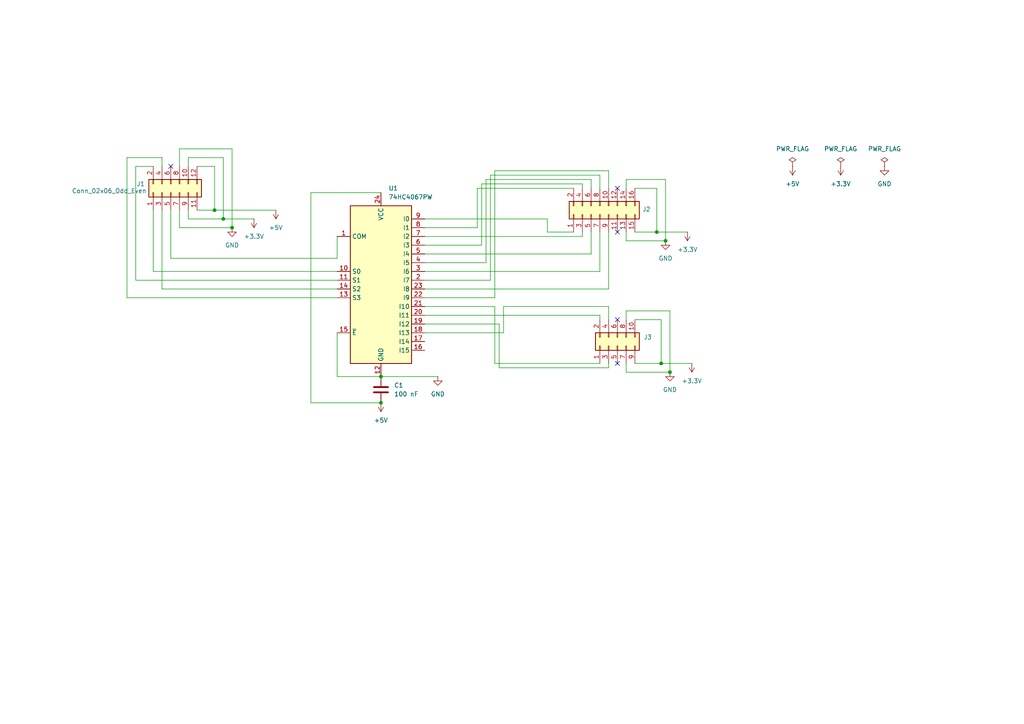
<source format=kicad_sch>
(kicad_sch (version 20231120) (generator "eeschema") (generator_version "8.0")
  (paper "A4")
  (title_block (title "knobs_mux"))
  (lib_symbols
    (symbol "74xx:CD74HC4067SM"
      (property "Reference" "U" (at -8.89 22.86 0))
      (property "Value" "CD74HC4067SM" (at 1.27 22.86 0))
      (symbol "CD74HC4067SM_0_1"
        (rectangle (start -8.89 21.59) (end 8.89 -24.13) (stroke (width 0.254)) (fill (type background)))
      )
      (symbol "CD74HC4067SM_1_1"
        (pin passive line (at -12.7 12.7 0) (length 3.81) (name "COM") (number "1"))
        (pin input line (at -12.7 2.54 0) (length 3.81) (name "S0") (number "10"))
        (pin input line (at -12.7 0 0) (length 3.81) (name "S1") (number "11"))
        (pin power_in line (at 0 -27.94 90) (length 3.81) (name "GND") (number "12"))
        (pin input line (at -12.7 -5.08 0) (length 3.81) (name "S3") (number "13"))
        (pin input line (at -12.7 -2.54 0) (length 3.81) (name "S2") (number "14"))
        (pin input line (at -12.7 -15.24 0) (length 3.81) (name "~{E}") (number "15"))
        (pin passive line (at 12.7 -20.32 180) (length 3.81) (name "I15") (number "16"))
        (pin passive line (at 12.7 -17.78 180) (length 3.81) (name "I14") (number "17"))
        (pin passive line (at 12.7 -15.24 180) (length 3.81) (name "I13") (number "18"))
        (pin passive line (at 12.7 -12.7 180) (length 3.81) (name "I12") (number "19"))
        (pin passive line (at 12.7 0 180) (length 3.81) (name "I7") (number "2"))
        (pin passive line (at 12.7 -10.16 180) (length 3.81) (name "I11") (number "20"))
        (pin passive line (at 12.7 -7.62 180) (length 3.81) (name "I10") (number "21"))
        (pin passive line (at 12.7 -5.08 180) (length 3.81) (name "I9") (number "22"))
        (pin passive line (at 12.7 -2.54 180) (length 3.81) (name "I8") (number "23"))
        (pin power_in line (at 0 25.4 270) (length 3.81) (name "VCC") (number "24"))
        (pin passive line (at 12.7 2.54 180) (length 3.81) (name "I6") (number "3"))
        (pin passive line (at 12.7 5.08 180) (length 3.81) (name "I5") (number "4"))
        (pin passive line (at 12.7 7.62 180) (length 3.81) (name "I4") (number "5"))
        (pin passive line (at 12.7 10.16 180) (length 3.81) (name "I3") (number "6"))
        (pin passive line (at 12.7 12.7 180) (length 3.81) (name "I2") (number "7"))
        (pin passive line (at 12.7 15.24 180) (length 3.81) (name "I1") (number "8"))
        (pin passive line (at 12.7 17.78 180) (length 3.81) (name "I0") (number "9"))
      )
    )
    (symbol "Connector_Generic:Conn_02x05_Odd_Even" (pin_names (offset 1.016) hide)
      (property "Reference" "J" (at 1.27 7.62 0))
      (property "Value" "Conn_02x05_Odd_Even" (at 1.27 -7.62 0))
      (symbol "Conn_02x05_Odd_Even_1_1"
        (rectangle (start -1.27 -4.953) (end 0 -5.207) (stroke (width 0.1524)))
        (rectangle (start -1.27 -2.413) (end 0 -2.667) (stroke (width 0.1524)))
        (rectangle (start -1.27 0.127) (end 0 -0.127) (stroke (width 0.1524)))
        (rectangle (start -1.27 2.667) (end 0 2.413) (stroke (width 0.1524)))
        (rectangle (start -1.27 5.207) (end 0 4.953) (stroke (width 0.1524)))
        (rectangle (start -1.27 6.35) (end 3.81 -6.35) (stroke (width 0.254)) (fill (type background)))
        (rectangle (start 3.81 -4.953) (end 2.54 -5.207) (stroke (width 0.1524)))
        (rectangle (start 3.81 -2.413) (end 2.54 -2.667) (stroke (width 0.1524)))
        (rectangle (start 3.81 0.127) (end 2.54 -0.127) (stroke (width 0.1524)))
        (rectangle (start 3.81 2.667) (end 2.54 2.413) (stroke (width 0.1524)))
        (rectangle (start 3.81 5.207) (end 2.54 4.953) (stroke (width 0.1524)))
        (pin passive line (at -5.08 5.08 0) (length 3.81) (name "Pin_1") (number "1"))
        (pin passive line (at 7.62 -5.08 180) (length 3.81) (name "Pin_10") (number "10"))
        (pin passive line (at 7.62 5.08 180) (length 3.81) (name "Pin_2") (number "2"))
        (pin passive line (at -5.08 2.54 0) (length 3.81) (name "Pin_3") (number "3"))
        (pin passive line (at 7.62 2.54 180) (length 3.81) (name "Pin_4") (number "4"))
        (pin passive line (at -5.08 0 0) (length 3.81) (name "Pin_5") (number "5"))
        (pin passive line (at 7.62 0 180) (length 3.81) (name "Pin_6") (number "6"))
        (pin passive line (at -5.08 -2.54 0) (length 3.81) (name "Pin_7") (number "7"))
        (pin passive line (at 7.62 -2.54 180) (length 3.81) (name "Pin_8") (number "8"))
        (pin passive line (at -5.08 -5.08 0) (length 3.81) (name "Pin_9") (number "9"))
      )
    )
    (symbol "Connector_Generic:Conn_02x06_Odd_Even" (pin_names (offset 1.016) hide)
      (property "Reference" "J" (at 1.27 7.62 0))
      (property "Value" "Conn_02x06_Odd_Even" (at 1.27 -10.16 0))
      (symbol "Conn_02x06_Odd_Even_1_1"
        (rectangle (start -1.27 -7.493) (end 0 -7.747) (stroke (width 0.1524)))
        (rectangle (start -1.27 -4.953) (end 0 -5.207) (stroke (width 0.1524)))
        (rectangle (start -1.27 -2.413) (end 0 -2.667) (stroke (width 0.1524)))
        (rectangle (start -1.27 0.127) (end 0 -0.127) (stroke (width 0.1524)))
        (rectangle (start -1.27 2.667) (end 0 2.413) (stroke (width 0.1524)))
        (rectangle (start -1.27 5.207) (end 0 4.953) (stroke (width 0.1524)))
        (rectangle (start -1.27 6.35) (end 3.81 -8.89) (stroke (width 0.254)) (fill (type background)))
        (rectangle (start 3.81 -7.493) (end 2.54 -7.747) (stroke (width 0.1524)))
        (rectangle (start 3.81 -4.953) (end 2.54 -5.207) (stroke (width 0.1524)))
        (rectangle (start 3.81 -2.413) (end 2.54 -2.667) (stroke (width 0.1524)))
        (rectangle (start 3.81 0.127) (end 2.54 -0.127) (stroke (width 0.1524)))
        (rectangle (start 3.81 2.667) (end 2.54 2.413) (stroke (width 0.1524)))
        (rectangle (start 3.81 5.207) (end 2.54 4.953) (stroke (width 0.1524)))
        (pin passive line (at -5.08 5.08 0) (length 3.81) (name "Pin_1") (number "1"))
        (pin passive line (at 7.62 -5.08 180) (length 3.81) (name "Pin_10") (number "10"))
        (pin passive line (at -5.08 -7.62 0) (length 3.81) (name "Pin_11") (number "11"))
        (pin passive line (at 7.62 -7.62 180) (length 3.81) (name "Pin_12") (number "12"))
        (pin passive line (at 7.62 5.08 180) (length 3.81) (name "Pin_2") (number "2"))
        (pin passive line (at -5.08 2.54 0) (length 3.81) (name "Pin_3") (number "3"))
        (pin passive line (at 7.62 2.54 180) (length 3.81) (name "Pin_4") (number "4"))
        (pin passive line (at -5.08 0 0) (length 3.81) (name "Pin_5") (number "5"))
        (pin passive line (at 7.62 0 180) (length 3.81) (name "Pin_6") (number "6"))
        (pin passive line (at -5.08 -2.54 0) (length 3.81) (name "Pin_7") (number "7"))
        (pin passive line (at 7.62 -2.54 180) (length 3.81) (name "Pin_8") (number "8"))
        (pin passive line (at -5.08 -5.08 0) (length 3.81) (name "Pin_9") (number "9"))
      )
    )
    (symbol "Connector_Generic:Conn_02x08_Odd_Even" (pin_names (offset 1.016) hide)
      (property "Reference" "J" (at 1.27 10.16 0))
      (property "Value" "Conn_02x08_Odd_Even" (at 1.27 -12.7 0))
      (symbol "Conn_02x08_Odd_Even_1_1"
        (rectangle (start -1.27 -10.033) (end 0 -10.287) (stroke (width 0.1524)))
        (rectangle (start -1.27 -7.493) (end 0 -7.747) (stroke (width 0.1524)))
        (rectangle (start -1.27 -4.953) (end 0 -5.207) (stroke (width 0.1524)))
        (rectangle (start -1.27 -2.413) (end 0 -2.667) (stroke (width 0.1524)))
        (rectangle (start -1.27 0.127) (end 0 -0.127) (stroke (width 0.1524)))
        (rectangle (start -1.27 2.667) (end 0 2.413) (stroke (width 0.1524)))
        (rectangle (start -1.27 5.207) (end 0 4.953) (stroke (width 0.1524)))
        (rectangle (start -1.27 7.747) (end 0 7.493) (stroke (width 0.1524)))
        (rectangle (start -1.27 8.89) (end 3.81 -11.43) (stroke (width 0.254)) (fill (type background)))
        (rectangle (start 3.81 -10.033) (end 2.54 -10.287) (stroke (width 0.1524)))
        (rectangle (start 3.81 -7.493) (end 2.54 -7.747) (stroke (width 0.1524)))
        (rectangle (start 3.81 -4.953) (end 2.54 -5.207) (stroke (width 0.1524)))
        (rectangle (start 3.81 -2.413) (end 2.54 -2.667) (stroke (width 0.1524)))
        (rectangle (start 3.81 0.127) (end 2.54 -0.127) (stroke (width 0.1524)))
        (rectangle (start 3.81 2.667) (end 2.54 2.413) (stroke (width 0.1524)))
        (rectangle (start 3.81 5.207) (end 2.54 4.953) (stroke (width 0.1524)))
        (rectangle (start 3.81 7.747) (end 2.54 7.493) (stroke (width 0.1524)))
        (pin passive line (at -5.08 7.62 0) (length 3.81) (name "Pin_1") (number "1"))
        (pin passive line (at 7.62 -2.54 180) (length 3.81) (name "Pin_10") (number "10"))
        (pin passive line (at -5.08 -5.08 0) (length 3.81) (name "Pin_11") (number "11"))
        (pin passive line (at 7.62 -5.08 180) (length 3.81) (name "Pin_12") (number "12"))
        (pin passive line (at -5.08 -7.62 0) (length 3.81) (name "Pin_13") (number "13"))
        (pin passive line (at 7.62 -7.62 180) (length 3.81) (name "Pin_14") (number "14"))
        (pin passive line (at -5.08 -10.16 0) (length 3.81) (name "Pin_15") (number "15"))
        (pin passive line (at 7.62 -10.16 180) (length 3.81) (name "Pin_16") (number "16"))
        (pin passive line (at 7.62 7.62 180) (length 3.81) (name "Pin_2") (number "2"))
        (pin passive line (at -5.08 5.08 0) (length 3.81) (name "Pin_3") (number "3"))
        (pin passive line (at 7.62 5.08 180) (length 3.81) (name "Pin_4") (number "4"))
        (pin passive line (at -5.08 2.54 0) (length 3.81) (name "Pin_5") (number "5"))
        (pin passive line (at 7.62 2.54 180) (length 3.81) (name "Pin_6") (number "6"))
        (pin passive line (at -5.08 0 0) (length 3.81) (name "Pin_7") (number "7"))
        (pin passive line (at 7.62 0 180) (length 3.81) (name "Pin_8") (number "8"))
        (pin passive line (at -5.08 -2.54 0) (length 3.81) (name "Pin_9") (number "9"))
      )
    )
    (symbol "Device:C" (pin_numbers hide) (pin_names (offset 0.254))
      (property "Reference" "C" (at 0.635 2.54 0))
      (property "Value" "C" (at 0.635 -2.54 0))
      (symbol "C_0_1"
        (polyline (pts (xy -2.032 -0.762) (xy 2.032 -0.762)) (stroke (width 0.508)))
        (polyline (pts (xy -2.032 0.762) (xy 2.032 0.762)) (stroke (width 0.508)))
      )
      (symbol "C_1_1"
        (pin passive line (at 0 3.81 270) (length 2.794) (name "~") (number "1"))
        (pin passive line (at 0 -3.81 90) (length 2.794) (name "~") (number "2"))
      )
    )
    (symbol "power:+3.3V" (power) (pin_numbers hide) (pin_names (offset 0) hide)
      (property "Value" "+3.3V" (at 0 3.556 0))
      (symbol "+3.3V_0_1"
        (polyline (pts (xy -0.762 1.27) (xy 0 2.54)))
        (polyline (pts (xy 0 0) (xy 0 2.54)))
        (polyline (pts (xy 0 2.54) (xy 0.762 1.27)))
      )
      (symbol "+3.3V_1_1"
        (pin power_in line (at 0 0 90) (length 0) (name "~") (number "1"))
      )
    )
    (symbol "power:+5V" (power) (pin_numbers hide) (pin_names (offset 0) hide)
      (property "Value" "+5V" (at 0 3.556 0))
      (symbol "+5V_0_1"
        (polyline (pts (xy -0.762 1.27) (xy 0 2.54)))
        (polyline (pts (xy 0 0) (xy 0 2.54)))
        (polyline (pts (xy 0 2.54) (xy 0.762 1.27)))
      )
      (symbol "+5V_1_1"
        (pin power_in line (at 0 0 90) (length 0) (name "~") (number "1"))
      )
    )
    (symbol "power:GND" (power) (pin_numbers hide) (pin_names (offset 0) hide)
      (property "Value" "GND" (at 0 -3.81 0))
      (symbol "GND_0_1"
        (polyline (pts (xy 0 0) (xy 0 -1.27) (xy 1.27 -1.27) (xy 0 -2.54) (xy -1.27 -1.27) (xy 0 -1.27)))
      )
      (symbol "GND_1_1"
        (pin power_in line (at 0 0 270) (length 0) (name "~") (number "1"))
      )
    )
    (symbol "power:PWR_FLAG" (power) (pin_numbers hide) (pin_names (offset 0) hide)
      (property "Value" "PWR_FLAG" (at 0 3.81 0))
      (symbol "PWR_FLAG_0_0"
        (pin power_out line (at 0 0 90) (length 0) (name "~") (number "1"))
      )
      (symbol "PWR_FLAG_0_1"
        (polyline (pts (xy 0 0) (xy 0 1.27) (xy -1.016 1.905) (xy 0 2.54) (xy 1.016 1.905) (xy 0 1.27)))
      )
    )
  )
  (junction (at 191.77 105.41))
  (junction (at 110.49 116.84))
  (junction (at 64.77 63.5))
  (junction (at 110.49 109.22))
  (junction (at 194.31 107.95))
  (junction (at 62.23 60.96))
  (junction (at 67.31 66.04))
  (junction (at 193.04 69.85))
  (junction (at 190.5 67.31))
  (no_connect (at 179.07 92.71))
  (no_connect (at 179.07 54.61))
  (no_connect (at 179.07 67.31))
  (no_connect (at 49.53 48.26))
  (no_connect (at 179.07 105.41))
  (wire (pts (xy 57.15 48.26) (xy 62.23 48.26)))
  (wire (pts (xy 173.99 54.61) (xy 173.99 50.8)))
  (wire (pts (xy 184.15 105.41) (xy 191.77 105.41)))
  (wire (pts (xy 143.51 105.41) (xy 173.99 105.41)))
  (wire (pts (xy 176.53 49.53) (xy 143.51 49.53)))
  (wire (pts (xy 97.79 86.36) (xy 36.83 86.36)))
  (wire (pts (xy 194.31 107.95) (xy 181.61 107.95)))
  (wire (pts (xy 173.99 67.31) (xy 173.99 78.74)))
  (wire (pts (xy 97.79 74.93) (xy 49.53 74.93)))
  (wire (pts (xy 62.23 60.96) (xy 80.01 60.96)))
  (wire (pts (xy 46.99 83.82) (xy 46.99 60.96)))
  (wire (pts (xy 139.7 71.12) (xy 123.19 71.12)))
  (wire (pts (xy 46.99 45.72) (xy 46.99 48.26)))
  (wire (pts (xy 171.45 67.31) (xy 171.45 73.66)))
  (wire (pts (xy 143.51 88.9) (xy 143.51 105.41)))
  (wire (pts (xy 176.53 88.9) (xy 146.05 88.9)))
  (wire (pts (xy 184.15 92.71) (xy 191.77 92.71)))
  (wire (pts (xy 64.77 45.72) (xy 64.77 63.5)))
  (wire (pts (xy 176.53 83.82) (xy 123.19 83.82)))
  (wire (pts (xy 168.91 67.31) (xy 168.91 68.58)))
  (wire (pts (xy 176.53 67.31) (xy 176.53 83.82)))
  (wire (pts (xy 168.91 68.58) (xy 123.19 68.58)))
  (wire (pts (xy 123.19 63.5) (xy 158.75 63.5)))
  (wire (pts (xy 110.49 55.88) (xy 90.17 55.88)))
  (wire (pts (xy 36.83 86.36) (xy 36.83 45.72)))
  (wire (pts (xy 97.79 68.58) (xy 97.79 74.93)))
  (wire (pts (xy 171.45 73.66) (xy 123.19 73.66)))
  (wire (pts (xy 54.61 45.72) (xy 64.77 45.72)))
  (wire (pts (xy 146.05 88.9) (xy 146.05 96.52)))
  (wire (pts (xy 123.19 96.52) (xy 146.05 96.52)))
  (wire (pts (xy 90.17 116.84) (xy 110.49 116.84)))
  (wire (pts (xy 140.97 76.2) (xy 123.19 76.2)))
  (wire (pts (xy 190.5 54.61) (xy 184.15 54.61)))
  (wire (pts (xy 39.37 81.28) (xy 39.37 48.26)))
  (wire (pts (xy 144.78 106.68) (xy 144.78 93.98)))
  (wire (pts (xy 97.79 96.52) (xy 97.79 109.22)))
  (wire (pts (xy 49.53 74.93) (xy 49.53 60.96)))
  (wire (pts (xy 143.51 86.36) (xy 123.19 86.36)))
  (wire (pts (xy 173.99 50.8) (xy 142.24 50.8)))
  (wire (pts (xy 181.61 69.85) (xy 193.04 69.85)))
  (wire (pts (xy 191.77 92.71) (xy 191.77 105.41)))
  (wire (pts (xy 52.07 43.18) (xy 67.31 43.18)))
  (wire (pts (xy 190.5 67.31) (xy 199.39 67.31)))
  (wire (pts (xy 90.17 55.88) (xy 90.17 116.84)))
  (wire (pts (xy 142.24 81.28) (xy 123.19 81.28)))
  (wire (pts (xy 173.99 78.74) (xy 123.19 78.74)))
  (wire (pts (xy 110.49 109.22) (xy 127 109.22)))
  (wire (pts (xy 140.97 52.07) (xy 140.97 76.2)))
  (wire (pts (xy 168.91 54.61) (xy 168.91 53.34)))
  (wire (pts (xy 176.53 106.68) (xy 144.78 106.68)))
  (wire (pts (xy 57.15 60.96) (xy 62.23 60.96)))
  (wire (pts (xy 193.04 52.07) (xy 193.04 69.85)))
  (wire (pts (xy 54.61 48.26) (xy 54.61 45.72)))
  (wire (pts (xy 191.77 105.41) (xy 200.66 105.41)))
  (wire (pts (xy 67.31 43.18) (xy 67.31 66.04)))
  (wire (pts (xy 144.78 93.98) (xy 123.19 93.98)))
  (wire (pts (xy 143.51 49.53) (xy 143.51 86.36)))
  (wire (pts (xy 67.31 66.04) (xy 52.07 66.04)))
  (wire (pts (xy 176.53 54.61) (xy 176.53 49.53)))
  (wire (pts (xy 173.99 91.44) (xy 123.19 91.44)))
  (wire (pts (xy 139.7 53.34) (xy 139.7 71.12)))
  (wire (pts (xy 39.37 48.26) (xy 44.45 48.26)))
  (wire (pts (xy 181.61 52.07) (xy 193.04 52.07)))
  (wire (pts (xy 97.79 78.74) (xy 44.45 78.74)))
  (wire (pts (xy 36.83 45.72) (xy 46.99 45.72)))
  (wire (pts (xy 158.75 63.5) (xy 158.75 67.31)))
  (wire (pts (xy 181.61 92.71) (xy 181.61 90.17)))
  (wire (pts (xy 142.24 50.8) (xy 142.24 81.28)))
  (wire (pts (xy 168.91 53.34) (xy 139.7 53.34)))
  (wire (pts (xy 62.23 48.26) (xy 62.23 60.96)))
  (wire (pts (xy 64.77 63.5) (xy 73.66 63.5)))
  (wire (pts (xy 181.61 54.61) (xy 181.61 52.07)))
  (wire (pts (xy 190.5 67.31) (xy 190.5 54.61)))
  (wire (pts (xy 166.37 54.61) (xy 138.43 54.61)))
  (wire (pts (xy 184.15 67.31) (xy 190.5 67.31)))
  (wire (pts (xy 158.75 67.31) (xy 166.37 67.31)))
  (wire (pts (xy 138.43 66.04) (xy 123.19 66.04)))
  (wire (pts (xy 181.61 105.41) (xy 181.61 107.95)))
  (wire (pts (xy 123.19 88.9) (xy 143.51 88.9)))
  (wire (pts (xy 138.43 54.61) (xy 138.43 66.04)))
  (wire (pts (xy 54.61 63.5) (xy 54.61 60.96)))
  (wire (pts (xy 181.61 69.85) (xy 181.61 67.31)))
  (wire (pts (xy 64.77 63.5) (xy 54.61 63.5)))
  (wire (pts (xy 171.45 54.61) (xy 171.45 52.07)))
  (wire (pts (xy 176.53 92.71) (xy 176.53 88.9)))
  (wire (pts (xy 44.45 78.74) (xy 44.45 60.96)))
  (wire (pts (xy 52.07 48.26) (xy 52.07 43.18)))
  (wire (pts (xy 176.53 105.41) (xy 176.53 106.68)))
  (wire (pts (xy 97.79 81.28) (xy 39.37 81.28)))
  (wire (pts (xy 181.61 90.17) (xy 194.31 90.17)))
  (wire (pts (xy 171.45 52.07) (xy 140.97 52.07)))
  (wire (pts (xy 194.31 90.17) (xy 194.31 107.95)))
  (wire (pts (xy 97.79 83.82) (xy 46.99 83.82)))
  (wire (pts (xy 52.07 60.96) (xy 52.07 66.04)))
  (wire (pts (xy 173.99 92.71) (xy 173.99 91.44)))
  (wire (pts (xy 97.79 109.22) (xy 110.49 109.22)))
  (symbol (lib_id "Connector_Generic:Conn_02x05_Odd_Even") (at 179.07 100.33 90) (unit 1)
    (property "Reference" "J3" (at 186.69 97.7899 90) (effects (justify right)))
    (property "Value" "Conn_02x05_Odd_Even" (effects (hide yes)))
    (property "Footprint" "Connector_PinSocket_2.54mm:PinSocket_2x05_P2.54mm_Horizontal" (effects (hide yes)))
    (property "Description" "Generic connector, double row, 02x05, odd/even pin numbering scheme (row 1 odd numbers, row 2 even numbers), script generated (kicad-library-utils/schlib/autogen/connector/)" (effects (hide yes)))
  )
  (symbol (lib_id "power:+3.3V") (at 73.66 63.5 180) (unit 1)
    (property "Reference" "#PWR5" (effects (hide yes)))
    (property "Value" "+3.3V" (at 73.66 68.58 0))
    (property "Description" "Power symbol creates a global label with name \"+3.3V\"" (effects (hide yes)))
  )
  (symbol (lib_id "Connector_Generic:Conn_02x08_Odd_Even") (at 173.99 62.23 90) (unit 1)
    (property "Reference" "J2" (at 188.722 60.706 90) (effects (justify left)))
    (property "Value" "Conn_02x08_Odd_Even" (effects (hide yes)))
    (property "Footprint" "Connector_PinSocket_2.54mm:PinSocket_2x08_P2.54mm_Horizontal" (effects (hide yes)))
    (property "Description" "Generic connector, double row, 02x08, odd/even pin numbering scheme (row 1 odd numbers, row 2 even numbers), script generated (kicad-library-utils/schlib/autogen/connector/)" (effects (hide yes)))
  )
  (symbol (lib_id "power:GND") (at 67.31 66.04 0) (unit 1)
    (property "Reference" "#PWR6" (effects (hide yes)))
    (property "Value" "GND" (at 67.31 71.12 0))
    (property "Description" "Power symbol creates a global label with name \"GND\" , ground" (effects (hide yes)))
  )
  (symbol (lib_id "power:+3.3V") (at 199.39 67.31 180) (unit 1)
    (property "Reference" "#PWR9" (effects (hide yes)))
    (property "Value" "+3.3V" (at 199.39 72.39 0))
    (property "Description" "Power symbol creates a global label with name \"+3.3V\"" (effects (hide yes)))
  )
  (symbol (lib_id "power:GND") (at 193.04 69.85 0) (unit 1)
    (property "Reference" "#PWR10" (effects (hide yes)))
    (property "Value" "GND" (at 193.04 74.93 0))
    (property "Description" "Power symbol creates a global label with name \"GND\" , ground" (effects (hide yes)))
  )
  (symbol (lib_id "power:GND") (at 127 109.22 0) (unit 1)
    (property "Reference" "#PWR7" (effects (hide yes)))
    (property "Value" "GND" (at 127 114.3 0))
    (property "Description" "Power symbol creates a global label with name \"GND\" , ground" (effects (hide yes)))
  )
  (symbol (lib_id "power:GND") (at 194.31 107.95 0) (unit 1)
    (property "Reference" "#PWR11" (effects (hide yes)))
    (property "Value" "GND" (at 194.31 113.03 0))
    (property "Description" "Power symbol creates a global label with name \"GND\" , ground" (effects (hide yes)))
  )
  (symbol (lib_id "power:+3.3V") (at 200.66 105.41 180) (unit 1)
    (property "Reference" "#PWR12" (effects (hide yes)))
    (property "Value" "+3.3V" (at 200.66 110.49 0))
    (property "Description" "Power symbol creates a global label with name \"+3.3V\"" (effects (hide yes)))
  )
  (symbol (lib_id "power:PWR_FLAG") (at 256.54 48.26 0) (unit 1)
    (property "Reference" "#FLG3" (effects (hide yes)))
    (property "Value" "PWR_FLAG" (at 256.54 43.18 0))
    (property "Description" "Special symbol for telling ERC where power comes from" (effects (hide yes)))
  )
  (symbol (lib_id "power:+3.3V") (at 243.84 48.26 180) (unit 1)
    (property "Reference" "#PWR2" (effects (hide yes)))
    (property "Value" "+3.3V" (at 243.84 53.34 0))
    (property "Description" "Power symbol creates a global label with name \"+3.3V\"" (effects (hide yes)))
  )
  (symbol (lib_id "power:PWR_FLAG") (at 243.84 48.26 0) (unit 1)
    (property "Reference" "#FLG2" (effects (hide yes)))
    (property "Value" "PWR_FLAG" (at 243.84 43.18 0))
    (property "Description" "Special symbol for telling ERC where power comes from" (effects (hide yes)))
  )
  (symbol (lib_id "Device:C") (at 110.49 113.03 0) (unit 1)
    (property "Reference" "C1" (at 114.3 111.7599 0) (effects (justify left)))
    (property "Value" "100 nF" (at 114.3 114.2999 0) (effects (justify left)))
    (property "Footprint" "Capacitor_SMD:C_0402_1005Metric" (effects (hide yes)))
    (property "Description" "Unpolarized capacitor" (effects (hide yes)))
  )
  (symbol (lib_id "power:+5V") (at 110.49 116.84 180) (unit 1)
    (property "Reference" "#PWR8" (effects (hide yes)))
    (property "Value" "+5V" (at 110.49 121.92 0))
    (property "Description" "Power symbol creates a global label with name \"+5V\"" (effects (hide yes)))
  )
  (symbol (lib_id "power:+5V") (at 80.01 60.96 180) (unit 1)
    (property "Reference" "#PWR4" (effects (hide yes)))
    (property "Value" "+5V" (at 80.01 66.04 0))
    (property "Description" "Power symbol creates a global label with name \"+5V\"" (effects (hide yes)))
  )
  (symbol (lib_id "power:GND") (at 256.54 48.26 0) (unit 1)
    (property "Reference" "#PWR3" (effects (hide yes)))
    (property "Value" "GND" (at 256.54 53.34 0))
    (property "Description" "Power symbol creates a global label with name \"GND\" , ground" (effects (hide yes)))
  )
  (symbol (lib_id "power:PWR_FLAG") (at 229.87 48.26 0) (unit 1)
    (property "Reference" "#FLG1" (effects (hide yes)))
    (property "Value" "PWR_FLAG" (at 229.87 43.18 0))
    (property "Description" "Special symbol for telling ERC where power comes from" (effects (hide yes)))
  )
  (symbol (lib_id "74xx:CD74HC4067SM") (at 110.49 81.28 0) (unit 1)
    (property "Reference" "U1" (at 112.6841 54.61 0) (effects (justify left)))
    (property "Value" "74HC4067PW" (at 112.6841 57.15 0) (effects (justify left)))
    (property "Footprint" "Package_SO:SOP-24_7.5x15.4mm_P1.27mm" (effects (hide yes)))
    (property "Datasheet" "https://assets.nexperia.com/documents/data-sheet/74HC_HCT4067.pdf" (effects (hide yes)))
    (property "Description" "16-channel analog multiplexer/demultiplexerTSSOP-24" (effects (hide yes)))
  )
  (symbol (lib_id "Connector_Generic:Conn_02x06_Odd_Even") (at 49.53 55.88 90) (unit 1)
    (property "Reference" "J1" (at 39.624 53.34 90) (effects (justify right)))
    (property "Value" "Conn_02x06_Odd_Even" (at 20.828 55.372 90) (effects (justify right)))
    (property "Footprint" "Connector_PinHeader_2.54mm:PinHeader_2x06_P2.54mm_Horizontal" (effects (hide yes)))
    (property "Description" "Generic connector, double row, 02x06, odd/even pin numbering scheme (row 1 odd numbers, row 2 even numbers), script generated (kicad-library-utils/schlib/autogen/connector/)" (effects (hide yes)))
  )
  (symbol (lib_id "power:+5V") (at 229.87 48.26 180) (unit 1)
    (property "Reference" "#PWR1" (effects (hide yes)))
    (property "Value" "+5V" (at 229.87 53.34 0))
    (property "Description" "Power symbol creates a global label with name \"+5V\"" (effects (hide yes)))
  )
)
</source>
